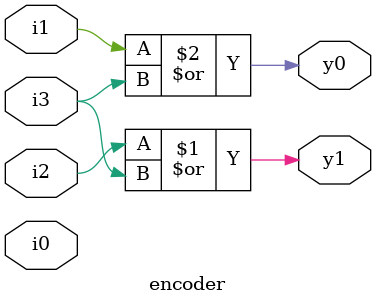
<source format=v>
module encoder(i0,i1,i2,i3,y0,y1);
input i0,i1,i2,i3;
output y0,y1;
or o1(y1,i2,i3);
or o2(y0,i1,i3);
endmodule

</source>
